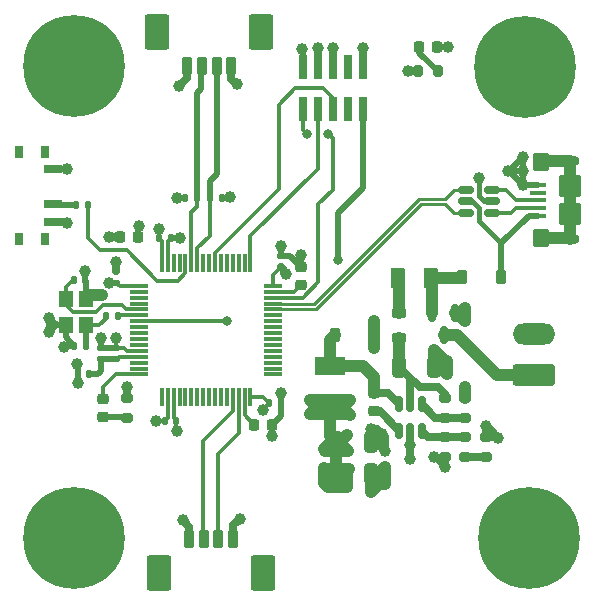
<source format=gbr>
%TF.GenerationSoftware,KiCad,Pcbnew,7.0.7*%
%TF.CreationDate,2023-08-28T01:03:24+03:00*%
%TF.ProjectId,STM32F405_Lesson_1,53544d33-3246-4343-9035-5f4c6573736f,rev?*%
%TF.SameCoordinates,Original*%
%TF.FileFunction,Copper,L1,Top*%
%TF.FilePolarity,Positive*%
%FSLAX46Y46*%
G04 Gerber Fmt 4.6, Leading zero omitted, Abs format (unit mm)*
G04 Created by KiCad (PCBNEW 7.0.7) date 2023-08-28 01:03:24*
%MOMM*%
%LPD*%
G01*
G04 APERTURE LIST*
G04 Aperture macros list*
%AMRoundRect*
0 Rectangle with rounded corners*
0 $1 Rounding radius*
0 $2 $3 $4 $5 $6 $7 $8 $9 X,Y pos of 4 corners*
0 Add a 4 corners polygon primitive as box body*
4,1,4,$2,$3,$4,$5,$6,$7,$8,$9,$2,$3,0*
0 Add four circle primitives for the rounded corners*
1,1,$1+$1,$2,$3*
1,1,$1+$1,$4,$5*
1,1,$1+$1,$6,$7*
1,1,$1+$1,$8,$9*
0 Add four rect primitives between the rounded corners*
20,1,$1+$1,$2,$3,$4,$5,0*
20,1,$1+$1,$4,$5,$6,$7,0*
20,1,$1+$1,$6,$7,$8,$9,0*
20,1,$1+$1,$8,$9,$2,$3,0*%
G04 Aperture macros list end*
%TA.AperFunction,SMDPad,CuDef*%
%ADD10RoundRect,0.200000X-0.200000X-0.600000X0.200000X-0.600000X0.200000X0.600000X-0.200000X0.600000X0*%
%TD*%
%TA.AperFunction,SMDPad,CuDef*%
%ADD11RoundRect,0.250001X-0.799999X-1.249999X0.799999X-1.249999X0.799999X1.249999X-0.799999X1.249999X0*%
%TD*%
%TA.AperFunction,SMDPad,CuDef*%
%ADD12RoundRect,0.200000X0.200000X0.600000X-0.200000X0.600000X-0.200000X-0.600000X0.200000X-0.600000X0*%
%TD*%
%TA.AperFunction,SMDPad,CuDef*%
%ADD13RoundRect,0.250001X0.799999X1.249999X-0.799999X1.249999X-0.799999X-1.249999X0.799999X-1.249999X0*%
%TD*%
%TA.AperFunction,SMDPad,CuDef*%
%ADD14RoundRect,0.200000X-0.200000X-0.275000X0.200000X-0.275000X0.200000X0.275000X-0.200000X0.275000X0*%
%TD*%
%TA.AperFunction,SMDPad,CuDef*%
%ADD15R,1.200000X1.400000*%
%TD*%
%TA.AperFunction,SMDPad,CuDef*%
%ADD16RoundRect,0.140000X-0.140000X-0.170000X0.140000X-0.170000X0.140000X0.170000X-0.140000X0.170000X0*%
%TD*%
%TA.AperFunction,SMDPad,CuDef*%
%ADD17RoundRect,0.140000X0.140000X0.170000X-0.140000X0.170000X-0.140000X-0.170000X0.140000X-0.170000X0*%
%TD*%
%TA.AperFunction,SMDPad,CuDef*%
%ADD18RoundRect,0.250000X0.375000X0.625000X-0.375000X0.625000X-0.375000X-0.625000X0.375000X-0.625000X0*%
%TD*%
%TA.AperFunction,SMDPad,CuDef*%
%ADD19RoundRect,0.225000X-0.225000X-0.375000X0.225000X-0.375000X0.225000X0.375000X-0.225000X0.375000X0*%
%TD*%
%TA.AperFunction,SMDPad,CuDef*%
%ADD20RoundRect,0.150000X-0.150000X0.587500X-0.150000X-0.587500X0.150000X-0.587500X0.150000X0.587500X0*%
%TD*%
%TA.AperFunction,SMDPad,CuDef*%
%ADD21RoundRect,0.200000X-0.275000X0.200000X-0.275000X-0.200000X0.275000X-0.200000X0.275000X0.200000X0*%
%TD*%
%TA.AperFunction,ComponentPad*%
%ADD22C,0.900000*%
%TD*%
%TA.AperFunction,ComponentPad*%
%ADD23C,8.600000*%
%TD*%
%TA.AperFunction,SMDPad,CuDef*%
%ADD24R,2.500000X1.500000*%
%TD*%
%TA.AperFunction,ComponentPad*%
%ADD25RoundRect,0.250000X1.550000X-0.650000X1.550000X0.650000X-1.550000X0.650000X-1.550000X-0.650000X0*%
%TD*%
%TA.AperFunction,ComponentPad*%
%ADD26O,3.600000X1.800000*%
%TD*%
%TA.AperFunction,SMDPad,CuDef*%
%ADD27RoundRect,0.218750X-0.381250X0.218750X-0.381250X-0.218750X0.381250X-0.218750X0.381250X0.218750X0*%
%TD*%
%TA.AperFunction,SMDPad,CuDef*%
%ADD28RoundRect,0.250000X-0.325000X-0.650000X0.325000X-0.650000X0.325000X0.650000X-0.325000X0.650000X0*%
%TD*%
%TA.AperFunction,SMDPad,CuDef*%
%ADD29RoundRect,0.150000X0.512500X0.150000X-0.512500X0.150000X-0.512500X-0.150000X0.512500X-0.150000X0*%
%TD*%
%TA.AperFunction,SMDPad,CuDef*%
%ADD30RoundRect,0.140000X0.170000X-0.140000X0.170000X0.140000X-0.170000X0.140000X-0.170000X-0.140000X0*%
%TD*%
%TA.AperFunction,SMDPad,CuDef*%
%ADD31RoundRect,0.135000X0.135000X0.185000X-0.135000X0.185000X-0.135000X-0.185000X0.135000X-0.185000X0*%
%TD*%
%TA.AperFunction,SMDPad,CuDef*%
%ADD32RoundRect,0.218750X0.256250X-0.218750X0.256250X0.218750X-0.256250X0.218750X-0.256250X-0.218750X0*%
%TD*%
%TA.AperFunction,SMDPad,CuDef*%
%ADD33RoundRect,0.218750X-0.218750X-0.256250X0.218750X-0.256250X0.218750X0.256250X-0.218750X0.256250X0*%
%TD*%
%TA.AperFunction,SMDPad,CuDef*%
%ADD34RoundRect,0.225000X0.250000X-0.225000X0.250000X0.225000X-0.250000X0.225000X-0.250000X-0.225000X0*%
%TD*%
%TA.AperFunction,SMDPad,CuDef*%
%ADD35RoundRect,0.200000X0.275000X-0.200000X0.275000X0.200000X-0.275000X0.200000X-0.275000X-0.200000X0*%
%TD*%
%TA.AperFunction,SMDPad,CuDef*%
%ADD36RoundRect,0.100000X0.575000X-0.100000X0.575000X0.100000X-0.575000X0.100000X-0.575000X-0.100000X0*%
%TD*%
%TA.AperFunction,ComponentPad*%
%ADD37O,1.600000X0.900000*%
%TD*%
%TA.AperFunction,SMDPad,CuDef*%
%ADD38RoundRect,0.250000X0.450000X-0.550000X0.450000X0.550000X-0.450000X0.550000X-0.450000X-0.550000X0*%
%TD*%
%TA.AperFunction,SMDPad,CuDef*%
%ADD39RoundRect,0.250000X0.700000X-0.700000X0.700000X0.700000X-0.700000X0.700000X-0.700000X-0.700000X0*%
%TD*%
%TA.AperFunction,SMDPad,CuDef*%
%ADD40R,0.800000X1.000000*%
%TD*%
%TA.AperFunction,SMDPad,CuDef*%
%ADD41R,1.500000X0.700000*%
%TD*%
%TA.AperFunction,SMDPad,CuDef*%
%ADD42RoundRect,0.075000X-0.700000X-0.075000X0.700000X-0.075000X0.700000X0.075000X-0.700000X0.075000X0*%
%TD*%
%TA.AperFunction,SMDPad,CuDef*%
%ADD43RoundRect,0.075000X-0.075000X-0.700000X0.075000X-0.700000X0.075000X0.700000X-0.075000X0.700000X0*%
%TD*%
%TA.AperFunction,SMDPad,CuDef*%
%ADD44RoundRect,0.147500X-0.147500X-0.172500X0.147500X-0.172500X0.147500X0.172500X-0.147500X0.172500X0*%
%TD*%
%TA.AperFunction,SMDPad,CuDef*%
%ADD45R,0.750000X2.100000*%
%TD*%
%TA.AperFunction,SMDPad,CuDef*%
%ADD46RoundRect,0.135000X-0.135000X-0.185000X0.135000X-0.185000X0.135000X0.185000X-0.135000X0.185000X0*%
%TD*%
%TA.AperFunction,SMDPad,CuDef*%
%ADD47RoundRect,0.225000X0.225000X0.250000X-0.225000X0.250000X-0.225000X-0.250000X0.225000X-0.250000X0*%
%TD*%
%TA.AperFunction,SMDPad,CuDef*%
%ADD48RoundRect,0.150000X0.150000X-0.512500X0.150000X0.512500X-0.150000X0.512500X-0.150000X-0.512500X0*%
%TD*%
%TA.AperFunction,SMDPad,CuDef*%
%ADD49RoundRect,0.225000X-0.225000X-0.250000X0.225000X-0.250000X0.225000X0.250000X-0.225000X0.250000X0*%
%TD*%
%TA.AperFunction,ViaPad*%
%ADD50C,1.000000*%
%TD*%
%TA.AperFunction,ViaPad*%
%ADD51C,0.800000*%
%TD*%
%TA.AperFunction,Conductor*%
%ADD52C,0.300000*%
%TD*%
%TA.AperFunction,Conductor*%
%ADD53C,0.700000*%
%TD*%
%TA.AperFunction,Conductor*%
%ADD54C,0.500000*%
%TD*%
%TA.AperFunction,Conductor*%
%ADD55C,1.000000*%
%TD*%
%TA.AperFunction,Conductor*%
%ADD56C,0.400000*%
%TD*%
%TA.AperFunction,Conductor*%
%ADD57C,0.261112*%
%TD*%
G04 APERTURE END LIST*
D10*
%TO.P,J4,1,Pin_1*%
%TO.N,+3.3V*%
X75925000Y-86350000D03*
%TO.P,J4,2,Pin_2*%
%TO.N,UART3_TX*%
X77175000Y-86350000D03*
%TO.P,J4,3,Pin_3*%
%TO.N,UART3_RX*%
X78425000Y-86350000D03*
%TO.P,J4,4,Pin_4*%
%TO.N,GND*%
X79675000Y-86350000D03*
D11*
%TO.P,J4,MP*%
%TO.N,N/C*%
X73375000Y-89250000D03*
X82225000Y-89250000D03*
%TD*%
D12*
%TO.P,J3,1,Pin_1*%
%TO.N,+3.3V*%
X79525000Y-46350000D03*
%TO.P,J3,2,Pin_2*%
%TO.N,I2C1_SCL*%
X78275000Y-46350000D03*
%TO.P,J3,3,Pin_3*%
%TO.N,I2C1_SDA*%
X77025000Y-46350000D03*
%TO.P,J3,4,Pin_4*%
%TO.N,GND*%
X75775000Y-46350000D03*
D13*
%TO.P,J3,MP*%
%TO.N,N/C*%
X82075000Y-43450000D03*
X73225000Y-43450000D03*
%TD*%
D14*
%TO.P,R11,1*%
%TO.N,GND*%
X95350000Y-46800000D03*
%TO.P,R11,2*%
%TO.N,Net-(D4-K)*%
X97000000Y-46800000D03*
%TD*%
D15*
%TO.P,Y1,1,1*%
%TO.N,HSE_IN*%
X65550000Y-66100000D03*
%TO.P,Y1,2,2*%
%TO.N,GND*%
X65550000Y-68300000D03*
%TO.P,Y1,3,3*%
%TO.N,Net-(C11-Pad1)*%
X67250000Y-68300000D03*
%TO.P,Y1,4,4*%
%TO.N,GND*%
X67250000Y-66100000D03*
%TD*%
D16*
%TO.P,C8,1*%
%TO.N,+3.3V*%
X73440000Y-60900000D03*
%TO.P,C8,2*%
%TO.N,GND*%
X74400000Y-60900000D03*
%TD*%
%TO.P,C6,1*%
%TO.N,+3.3V*%
X82740000Y-74900000D03*
%TO.P,C6,2*%
%TO.N,GND*%
X83700000Y-74900000D03*
%TD*%
D17*
%TO.P,C11,1*%
%TO.N,Net-(C11-Pad1)*%
X67200000Y-70000000D03*
%TO.P,C11,2*%
%TO.N,GND*%
X66240000Y-70000000D03*
%TD*%
D18*
%TO.P,F1,1*%
%TO.N,Net-(D2-K)*%
X96400000Y-64300000D03*
%TO.P,F1,2*%
%TO.N,Net-(F1-Pad2)*%
X93600000Y-64300000D03*
%TD*%
D19*
%TO.P,D5,1,K*%
%TO.N,BUCK_SW*%
X88350000Y-69100000D03*
%TO.P,D5,2,A*%
%TO.N,GND*%
X91650000Y-69100000D03*
%TD*%
D20*
%TO.P,Q1,1,G*%
%TO.N,GND*%
X98450000Y-67262500D03*
%TO.P,Q1,2,S*%
%TO.N,Net-(D2-K)*%
X96550000Y-67262500D03*
%TO.P,Q1,3,D*%
%TO.N,+12V*%
X97500000Y-69137500D03*
%TD*%
D21*
%TO.P,R7,1*%
%TO.N,BUCK_FB*%
X99300000Y-77775000D03*
%TO.P,R7,2*%
%TO.N,Net-(R7-Pad2)*%
X99300000Y-79425000D03*
%TD*%
D22*
%TO.P,H1,1,1*%
%TO.N,GND*%
X101175000Y-46400000D03*
X102119581Y-44119581D03*
X102119581Y-48680419D03*
X104400000Y-43175000D03*
D23*
X104400000Y-46400000D03*
D22*
X104400000Y-49625000D03*
X106680419Y-44119581D03*
X106680419Y-48680419D03*
X107625000Y-46400000D03*
%TD*%
D19*
%TO.P,D2,1,K*%
%TO.N,Net-(D2-K)*%
X99050000Y-64200000D03*
%TO.P,D2,2,A*%
%TO.N,+5V*%
X102350000Y-64200000D03*
%TD*%
D24*
%TO.P,L2,1*%
%TO.N,BUCK_SW*%
X87900000Y-71750000D03*
%TO.P,L2,2*%
%TO.N,+3.3V*%
X87900000Y-75450000D03*
%TD*%
D25*
%TO.P,J1,1,Pin_1*%
%TO.N,+12V*%
X105142500Y-72532500D03*
D26*
%TO.P,J1,2,Pin_2*%
%TO.N,GND*%
X105142500Y-69032500D03*
%TD*%
D22*
%TO.P,H4,1,1*%
%TO.N,GND*%
X62994581Y-86300000D03*
X63939162Y-84019581D03*
X63939162Y-88580419D03*
X66219581Y-83075000D03*
D23*
X66219581Y-86300000D03*
D22*
X66219581Y-89525000D03*
X68500000Y-84019581D03*
X68500000Y-88580419D03*
X69444581Y-86300000D03*
%TD*%
D27*
%TO.P,FB1,1*%
%TO.N,Net-(F1-Pad2)*%
X93700000Y-67237500D03*
%TO.P,FB1,2*%
%TO.N,BUCK_IN*%
X93700000Y-69362500D03*
%TD*%
D28*
%TO.P,C15,1*%
%TO.N,+3.3V*%
X88425000Y-78200000D03*
%TO.P,C15,2*%
%TO.N,GND*%
X91375000Y-78200000D03*
%TD*%
D29*
%TO.P,U3,1,I/O1*%
%TO.N,USB_CONN_D-*%
X101637500Y-58750000D03*
%TO.P,U3,2,GND*%
%TO.N,GND*%
X101637500Y-57800000D03*
%TO.P,U3,3,I/O2*%
%TO.N,USB_CONN_D+*%
X101637500Y-56850000D03*
%TO.P,U3,4,I/O2*%
%TO.N,USB_D+*%
X99362500Y-56850000D03*
%TO.P,U3,5,VBUS*%
%TO.N,+5V*%
X99362500Y-57800000D03*
%TO.P,U3,6,I/O1*%
%TO.N,USB_D-*%
X99362500Y-58750000D03*
%TD*%
D30*
%TO.P,C4,1*%
%TO.N,+3.3V*%
X69800000Y-64680000D03*
%TO.P,C4,2*%
%TO.N,GND*%
X69800000Y-63720000D03*
%TD*%
%TO.P,C10,1*%
%TO.N,+3.3VA*%
X69800000Y-71160000D03*
%TO.P,C10,2*%
%TO.N,GND*%
X69800000Y-70200000D03*
%TD*%
D31*
%TO.P,R2,1*%
%TO.N,HSE_OUT*%
X69900000Y-67500000D03*
%TO.P,R2,2*%
%TO.N,Net-(C11-Pad1)*%
X68880000Y-67500000D03*
%TD*%
D32*
%TO.P,D1,1,K*%
%TO.N,Net-(D1-K)*%
X68700000Y-76087500D03*
%TO.P,D1,2,A*%
%TO.N,LED_STATUS*%
X68700000Y-74512500D03*
%TD*%
D33*
%TO.P,D4,1,K*%
%TO.N,Net-(D4-K)*%
X95400000Y-44700000D03*
%TO.P,D4,2,A*%
%TO.N,+3.3V*%
X96975000Y-44700000D03*
%TD*%
D28*
%TO.P,C13,1*%
%TO.N,BUCK_IN*%
X93725000Y-71800000D03*
%TO.P,C13,2*%
%TO.N,GND*%
X96675000Y-71800000D03*
%TD*%
D34*
%TO.P,C14,1*%
%TO.N,BUCK_BST*%
X91600000Y-75575000D03*
%TO.P,C14,2*%
%TO.N,BUCK_SW*%
X91600000Y-74025000D03*
%TD*%
D35*
%TO.P,R5,1*%
%TO.N,BUCK_EN*%
X99300000Y-76125000D03*
%TO.P,R5,2*%
%TO.N,GND*%
X99300000Y-74475000D03*
%TD*%
D36*
%TO.P,J5,1,VBUS*%
%TO.N,+5V*%
X105520000Y-59000000D03*
%TO.P,J5,2,D-*%
%TO.N,USB_CONN_D-*%
X105520000Y-58350000D03*
%TO.P,J5,3,D+*%
%TO.N,USB_CONN_D+*%
X105520000Y-57700000D03*
%TO.P,J5,4,ID*%
%TO.N,unconnected-(J5-ID-Pad4)*%
X105520000Y-57050000D03*
%TO.P,J5,5,GND*%
%TO.N,GND*%
X105520000Y-56400000D03*
D37*
%TO.P,J5,6,Shield*%
%TO.N,unconnected-(J5-Shield-Pad6)*%
X108195000Y-61000000D03*
D38*
X105745000Y-60900000D03*
D39*
X108195000Y-58900000D03*
X108195000Y-56500000D03*
D38*
X105745000Y-54500000D03*
D37*
X108195000Y-54400000D03*
%TD*%
D40*
%TO.P,SW1,*%
%TO.N,*%
X63755000Y-53650000D03*
X61545000Y-53650000D03*
X63755000Y-60950000D03*
X61545000Y-60950000D03*
D41*
%TO.P,SW1,1,A*%
%TO.N,+3.3V*%
X64405000Y-55050000D03*
%TO.P,SW1,2,B*%
%TO.N,Net-(SW1-B)*%
X64405000Y-58050000D03*
%TO.P,SW1,3,C*%
%TO.N,GND*%
X64405000Y-59550000D03*
%TD*%
D42*
%TO.P,U1,1,VBAT*%
%TO.N,+3.3V*%
X71725000Y-64950000D03*
%TO.P,U1,2,PC13*%
%TO.N,unconnected-(U1-PC13-Pad2)*%
X71725000Y-65450000D03*
%TO.P,U1,3,PC14*%
%TO.N,unconnected-(U1-PC14-Pad3)*%
X71725000Y-65950000D03*
%TO.P,U1,4,PC15*%
%TO.N,unconnected-(U1-PC15-Pad4)*%
X71725000Y-66450000D03*
%TO.P,U1,5,PH0*%
%TO.N,HSE_IN*%
X71725000Y-66950000D03*
%TO.P,U1,6,PH1*%
%TO.N,HSE_OUT*%
X71725000Y-67450000D03*
%TO.P,U1,7,NRST*%
%TO.N,NRST*%
X71725000Y-67950000D03*
%TO.P,U1,8,PC0*%
%TO.N,unconnected-(U1-PC0-Pad8)*%
X71725000Y-68450000D03*
%TO.P,U1,9,PC1*%
%TO.N,unconnected-(U1-PC1-Pad9)*%
X71725000Y-68950000D03*
%TO.P,U1,10,PC2*%
%TO.N,unconnected-(U1-PC2-Pad10)*%
X71725000Y-69450000D03*
%TO.P,U1,11,PC3*%
%TO.N,unconnected-(U1-PC3-Pad11)*%
X71725000Y-69950000D03*
%TO.P,U1,12,VSSA*%
%TO.N,GND*%
X71725000Y-70450000D03*
%TO.P,U1,13,VDDA*%
%TO.N,+3.3VA*%
X71725000Y-70950000D03*
%TO.P,U1,14,PA0*%
%TO.N,unconnected-(U1-PA0-Pad14)*%
X71725000Y-71450000D03*
%TO.P,U1,15,PA1*%
%TO.N,unconnected-(U1-PA1-Pad15)*%
X71725000Y-71950000D03*
%TO.P,U1,16,PA2*%
%TO.N,LED_STATUS*%
X71725000Y-72450000D03*
D43*
%TO.P,U1,17,PA3*%
%TO.N,unconnected-(U1-PA3-Pad17)*%
X73650000Y-74375000D03*
%TO.P,U1,18,VSS*%
%TO.N,GND*%
X74150000Y-74375000D03*
%TO.P,U1,19,VDD*%
%TO.N,+3.3V*%
X74650000Y-74375000D03*
%TO.P,U1,20,PA4*%
%TO.N,unconnected-(U1-PA4-Pad20)*%
X75150000Y-74375000D03*
%TO.P,U1,21,PA5*%
%TO.N,unconnected-(U1-PA5-Pad21)*%
X75650000Y-74375000D03*
%TO.P,U1,22,PA6*%
%TO.N,unconnected-(U1-PA6-Pad22)*%
X76150000Y-74375000D03*
%TO.P,U1,23,PA7*%
%TO.N,unconnected-(U1-PA7-Pad23)*%
X76650000Y-74375000D03*
%TO.P,U1,24,PC4*%
%TO.N,unconnected-(U1-PC4-Pad24)*%
X77150000Y-74375000D03*
%TO.P,U1,25,PC5*%
%TO.N,unconnected-(U1-PC5-Pad25)*%
X77650000Y-74375000D03*
%TO.P,U1,26,PB0*%
%TO.N,unconnected-(U1-PB0-Pad26)*%
X78150000Y-74375000D03*
%TO.P,U1,27,PB1*%
%TO.N,unconnected-(U1-PB1-Pad27)*%
X78650000Y-74375000D03*
%TO.P,U1,28,PB2*%
%TO.N,unconnected-(U1-PB2-Pad28)*%
X79150000Y-74375000D03*
%TO.P,U1,29,PB10*%
%TO.N,UART3_TX*%
X79650000Y-74375000D03*
%TO.P,U1,30,PB11*%
%TO.N,UART3_RX*%
X80150000Y-74375000D03*
%TO.P,U1,31,VCAP_1*%
%TO.N,Net-(U1-VCAP_1)*%
X80650000Y-74375000D03*
%TO.P,U1,32,VDD*%
%TO.N,+3.3V*%
X81150000Y-74375000D03*
D42*
%TO.P,U1,33,PB12*%
%TO.N,unconnected-(U1-PB12-Pad33)*%
X83075000Y-72450000D03*
%TO.P,U1,34,PB13*%
%TO.N,unconnected-(U1-PB13-Pad34)*%
X83075000Y-71950000D03*
%TO.P,U1,35,PB14*%
%TO.N,unconnected-(U1-PB14-Pad35)*%
X83075000Y-71450000D03*
%TO.P,U1,36,PB15*%
%TO.N,unconnected-(U1-PB15-Pad36)*%
X83075000Y-70950000D03*
%TO.P,U1,37,PC6*%
%TO.N,unconnected-(U1-PC6-Pad37)*%
X83075000Y-70450000D03*
%TO.P,U1,38,PC7*%
%TO.N,unconnected-(U1-PC7-Pad38)*%
X83075000Y-69950000D03*
%TO.P,U1,39,PC8*%
%TO.N,unconnected-(U1-PC8-Pad39)*%
X83075000Y-69450000D03*
%TO.P,U1,40,PC9*%
%TO.N,unconnected-(U1-PC9-Pad40)*%
X83075000Y-68950000D03*
%TO.P,U1,41,PA8*%
%TO.N,unconnected-(U1-PA8-Pad41)*%
X83075000Y-68450000D03*
%TO.P,U1,42,PA9*%
%TO.N,unconnected-(U1-PA9-Pad42)*%
X83075000Y-67950000D03*
%TO.P,U1,43,PA10*%
%TO.N,unconnected-(U1-PA10-Pad43)*%
X83075000Y-67450000D03*
%TO.P,U1,44,PA11*%
%TO.N,USB_D-*%
X83075000Y-66950000D03*
%TO.P,U1,45,PA12*%
%TO.N,USB_D+*%
X83075000Y-66450000D03*
%TO.P,U1,46,PA13*%
%TO.N,SWDIO*%
X83075000Y-65950000D03*
%TO.P,U1,47,VCAP_2*%
%TO.N,Net-(U1-VCAP_2)*%
X83075000Y-65450000D03*
%TO.P,U1,48,VDD*%
%TO.N,+3.3V*%
X83075000Y-64950000D03*
D43*
%TO.P,U1,49,PA14*%
%TO.N,SWCLK*%
X81150000Y-63025000D03*
%TO.P,U1,50,PA15*%
%TO.N,unconnected-(U1-PA15-Pad50)*%
X80650000Y-63025000D03*
%TO.P,U1,51,PC10*%
%TO.N,unconnected-(U1-PC10-Pad51)*%
X80150000Y-63025000D03*
%TO.P,U1,52,PC11*%
%TO.N,unconnected-(U1-PC11-Pad52)*%
X79650000Y-63025000D03*
%TO.P,U1,53,PC12*%
%TO.N,unconnected-(U1-PC12-Pad53)*%
X79150000Y-63025000D03*
%TO.P,U1,54,PD2*%
%TO.N,unconnected-(U1-PD2-Pad54)*%
X78650000Y-63025000D03*
%TO.P,U1,55,PB3*%
%TO.N,SWO*%
X78150000Y-63025000D03*
%TO.P,U1,56,PB4*%
%TO.N,unconnected-(U1-PB4-Pad56)*%
X77650000Y-63025000D03*
%TO.P,U1,57,PB5*%
%TO.N,unconnected-(U1-PB5-Pad57)*%
X77150000Y-63025000D03*
%TO.P,U1,58,PB6*%
%TO.N,I2C1_SCL*%
X76650000Y-63025000D03*
%TO.P,U1,59,PB7*%
%TO.N,I2C1_SDA*%
X76150000Y-63025000D03*
%TO.P,U1,60,BOOT0*%
%TO.N,BOOT0*%
X75650000Y-63025000D03*
%TO.P,U1,61,PB8*%
%TO.N,unconnected-(U1-PB8-Pad61)*%
X75150000Y-63025000D03*
%TO.P,U1,62,PB9*%
%TO.N,unconnected-(U1-PB9-Pad62)*%
X74650000Y-63025000D03*
%TO.P,U1,63,VSS*%
%TO.N,GND*%
X74150000Y-63025000D03*
%TO.P,U1,64,VDD*%
%TO.N,+3.3V*%
X73650000Y-63025000D03*
%TD*%
D30*
%TO.P,C7,1*%
%TO.N,+3.3V*%
X83700000Y-63380000D03*
%TO.P,C7,2*%
%TO.N,GND*%
X83700000Y-62420000D03*
%TD*%
D22*
%TO.P,H3,1,1*%
%TO.N,GND*%
X62994581Y-46300000D03*
X63939162Y-44019581D03*
X63939162Y-48580419D03*
X66219581Y-43075000D03*
D23*
X66219581Y-46300000D03*
D22*
X66219581Y-49525000D03*
X68500000Y-44019581D03*
X68500000Y-48580419D03*
X69444581Y-46300000D03*
%TD*%
D44*
%TO.P,L1,1*%
%TO.N,+3.3V*%
X66530000Y-72400000D03*
%TO.P,L1,2*%
%TO.N,+3.3VA*%
X67500000Y-72400000D03*
%TD*%
D31*
%TO.P,R10,1*%
%TO.N,I2C1_SDA*%
X76610000Y-57500000D03*
%TO.P,R10,2*%
%TO.N,+3.3V*%
X75590000Y-57500000D03*
%TD*%
D28*
%TO.P,C16,1*%
%TO.N,+3.3V*%
X88425000Y-80900000D03*
%TO.P,C16,2*%
%TO.N,GND*%
X91375000Y-80900000D03*
%TD*%
D31*
%TO.P,R1,1*%
%TO.N,BOOT0*%
X67420000Y-58100000D03*
%TO.P,R1,2*%
%TO.N,Net-(SW1-B)*%
X66400000Y-58100000D03*
%TD*%
D30*
%TO.P,C9,1*%
%TO.N,+3.3VA*%
X68500000Y-71160000D03*
%TO.P,C9,2*%
%TO.N,GND*%
X68500000Y-70200000D03*
%TD*%
D34*
%TO.P,C1,1*%
%TO.N,Net-(U1-VCAP_2)*%
X85400000Y-64875000D03*
%TO.P,C1,2*%
%TO.N,GND*%
X85400000Y-63325000D03*
%TD*%
D21*
%TO.P,R3,1*%
%TO.N,GND*%
X70700000Y-74475000D03*
%TO.P,R3,2*%
%TO.N,Net-(D1-K)*%
X70700000Y-76125000D03*
%TD*%
D17*
%TO.P,C5,1*%
%TO.N,+3.3V*%
X74880000Y-76400000D03*
%TO.P,C5,2*%
%TO.N,GND*%
X73920000Y-76400000D03*
%TD*%
D16*
%TO.P,C12,1*%
%TO.N,HSE_IN*%
X66220000Y-64450000D03*
%TO.P,C12,2*%
%TO.N,GND*%
X67180000Y-64450000D03*
%TD*%
D35*
%TO.P,R8,1*%
%TO.N,Net-(R7-Pad2)*%
X101100000Y-79425000D03*
%TO.P,R8,2*%
%TO.N,GND*%
X101100000Y-77775000D03*
%TD*%
D21*
%TO.P,R4,1*%
%TO.N,BUCK_IN*%
X97600000Y-74475000D03*
%TO.P,R4,2*%
%TO.N,BUCK_EN*%
X97600000Y-76125000D03*
%TD*%
D22*
%TO.P,H2,1,1*%
%TO.N,GND*%
X101525000Y-86300000D03*
X102469581Y-84019581D03*
X102469581Y-88580419D03*
X104750000Y-83075000D03*
D23*
X104750000Y-86300000D03*
D22*
X104750000Y-89525000D03*
X107030419Y-84019581D03*
X107030419Y-88580419D03*
X107975000Y-86300000D03*
%TD*%
D45*
%TO.P,J2,1,Pin_1*%
%TO.N,+3.3V*%
X85560000Y-46400000D03*
%TO.P,J2,2,Pin_2*%
%TO.N,SWDIO*%
X85560000Y-50000000D03*
%TO.P,J2,3,Pin_3*%
%TO.N,GND*%
X86830000Y-46400000D03*
%TO.P,J2,4,Pin_4*%
%TO.N,SWCLK*%
X86830000Y-50000000D03*
%TO.P,J2,5,Pin_5*%
%TO.N,GND*%
X88100000Y-46400000D03*
%TO.P,J2,6,Pin_6*%
%TO.N,SWO*%
X88100000Y-50000000D03*
%TO.P,J2,7,Pin_7*%
%TO.N,unconnected-(J2-Pin_7-Pad7)*%
X89370000Y-46400000D03*
%TO.P,J2,8,Pin_8*%
%TO.N,unconnected-(J2-Pin_8-Pad8)*%
X89370000Y-50000000D03*
%TO.P,J2,9,Pin_9*%
%TO.N,GND*%
X90640000Y-46400000D03*
%TO.P,J2,10,Pin_10*%
%TO.N,NRST*%
X90640000Y-50000000D03*
%TD*%
D46*
%TO.P,R9,2*%
%TO.N,+3.3V*%
X78710000Y-57500000D03*
%TO.P,R9,1*%
%TO.N,I2C1_SCL*%
X77690000Y-57500000D03*
%TD*%
D47*
%TO.P,C3,1*%
%TO.N,+3.3V*%
X71650000Y-60800000D03*
%TO.P,C3,2*%
%TO.N,GND*%
X70100000Y-60800000D03*
%TD*%
D35*
%TO.P,R6,1*%
%TO.N,+3.3V*%
X97600000Y-79425000D03*
%TO.P,R6,2*%
%TO.N,BUCK_FB*%
X97600000Y-77775000D03*
%TD*%
D48*
%TO.P,U2,1,BST*%
%TO.N,BUCK_BST*%
X93750000Y-77237500D03*
%TO.P,U2,2,GND*%
%TO.N,GND*%
X94700000Y-77237500D03*
%TO.P,U2,3,FB*%
%TO.N,BUCK_FB*%
X95650000Y-77237500D03*
%TO.P,U2,4,EN*%
%TO.N,BUCK_EN*%
X95650000Y-74962500D03*
%TO.P,U2,5,IN*%
%TO.N,BUCK_IN*%
X94700000Y-74962500D03*
%TO.P,U2,6,SW*%
%TO.N,BUCK_SW*%
X93750000Y-74962500D03*
%TD*%
D49*
%TO.P,C2,1*%
%TO.N,Net-(U1-VCAP_1)*%
X81450000Y-76700000D03*
%TO.P,C2,2*%
%TO.N,GND*%
X83000000Y-76700000D03*
%TD*%
D50*
%TO.N,GND*%
X75100000Y-48050000D03*
X80250000Y-84650000D03*
%TO.N,+3.3V*%
X75400000Y-84800000D03*
X80000000Y-47900000D03*
%TO.N,GND*%
X100500000Y-55800000D03*
X64100000Y-67650000D03*
X64100000Y-68850000D03*
X68577216Y-65753623D03*
X67150000Y-63650000D03*
X94700000Y-79600000D03*
X99300000Y-67900000D03*
X99300000Y-66850000D03*
X96700000Y-70400000D03*
X97800000Y-71300000D03*
X97750000Y-72450000D03*
X99300000Y-73500000D03*
X102100000Y-77800000D03*
X101100000Y-76850000D03*
X91375000Y-77100000D03*
X92300000Y-77500000D03*
X92550000Y-78900000D03*
X92500000Y-80300000D03*
X91350000Y-82400000D03*
X92450000Y-81750000D03*
X94700000Y-78450000D03*
X91650000Y-70250000D03*
X104200000Y-54050000D03*
X102950000Y-55250000D03*
X104200000Y-55250000D03*
X104200000Y-56400000D03*
X94450000Y-46800000D03*
X90650000Y-44800000D03*
X88100000Y-44800000D03*
X86850000Y-44850000D03*
X85450000Y-62350000D03*
X83700000Y-61600000D03*
X91650000Y-67950000D03*
X83700000Y-74050000D03*
X83000000Y-77700000D03*
X69800000Y-69400000D03*
X68500000Y-69400000D03*
X65400000Y-70100000D03*
X73150000Y-76400000D03*
X70700000Y-73550000D03*
X69800000Y-62950000D03*
X75150000Y-60900000D03*
X65650000Y-59600000D03*
X69175000Y-60800000D03*
%TO.N,+3.3V*%
X97600000Y-80300000D03*
X87400000Y-80400000D03*
X89500000Y-80450000D03*
X89350000Y-81900000D03*
X89450000Y-78900000D03*
X89350000Y-77600000D03*
X87400000Y-78800000D03*
X89600000Y-75900000D03*
X89550000Y-74650000D03*
X86200000Y-74650000D03*
X86200000Y-75800000D03*
X66550000Y-73200000D03*
X66500000Y-71600000D03*
X84200000Y-63950000D03*
X73400000Y-60100000D03*
X69150000Y-64680000D03*
X74900000Y-77200000D03*
X96650000Y-79450000D03*
X87700000Y-81950000D03*
X82200000Y-75450000D03*
X85550000Y-44900000D03*
X97850000Y-44700000D03*
X65650000Y-55050000D03*
X71675000Y-59850000D03*
X74900000Y-57500000D03*
X79450000Y-57450000D03*
D51*
%TO.N,SWDIO*%
X87750000Y-52100000D03*
X85900000Y-52100000D03*
%TO.N,NRST*%
X79200000Y-67950000D03*
X88550000Y-62750000D03*
%TD*%
D52*
%TO.N,UART3_TX*%
X77125000Y-86300000D02*
X77175000Y-86350000D01*
X77125000Y-78075000D02*
X77125000Y-86300000D01*
X79650000Y-75550000D02*
X77125000Y-78075000D01*
X79650000Y-74375000D02*
X79650000Y-75550000D01*
%TO.N,UART3_RX*%
X78425000Y-79175000D02*
X78425000Y-86350000D01*
X80150000Y-77450000D02*
X78425000Y-79175000D01*
X80150000Y-74375000D02*
X80150000Y-77450000D01*
D53*
%TO.N,GND*%
X79675000Y-85225000D02*
X80250000Y-84650000D01*
X79675000Y-86350000D02*
X79675000Y-85225000D01*
%TO.N,+3.3V*%
X75925000Y-85325000D02*
X75400000Y-84800000D01*
X75925000Y-86350000D02*
X75925000Y-85325000D01*
X79525000Y-47425000D02*
X80000000Y-47900000D01*
X79525000Y-46350000D02*
X79525000Y-47425000D01*
%TO.N,GND*%
X75775000Y-47375000D02*
X75100000Y-48050000D01*
X75775000Y-46350000D02*
X75775000Y-47375000D01*
D54*
%TO.N,I2C1_SCL*%
X78300000Y-46425000D02*
X78250000Y-46375000D01*
X77690000Y-56110000D02*
X78300000Y-55500000D01*
X77690000Y-57500000D02*
X77690000Y-56110000D01*
X78300000Y-55500000D02*
X78300000Y-46425000D01*
%TO.N,I2C1_SDA*%
X77000000Y-48250000D02*
X77000000Y-46375000D01*
X77000000Y-46375000D02*
X77025000Y-46350000D01*
X76610000Y-48640000D02*
X77000000Y-48250000D01*
X76610000Y-57500000D02*
X76610000Y-48640000D01*
D52*
%TO.N,BOOT0*%
X67420000Y-60940000D02*
X67420000Y-58100000D01*
X73250000Y-64500000D02*
X70700000Y-61950000D01*
X75051041Y-64500000D02*
X73250000Y-64500000D01*
X75650000Y-63901041D02*
X75051041Y-64500000D01*
X75650000Y-63025000D02*
X75650000Y-63901041D01*
X70700000Y-61950000D02*
X68430000Y-61950000D01*
X68430000Y-61950000D02*
X67420000Y-60940000D01*
D54*
%TO.N,Net-(SW1-B)*%
X64455000Y-58100000D02*
X64405000Y-58050000D01*
X66400000Y-58100000D02*
X64455000Y-58100000D01*
%TO.N,Net-(D4-K)*%
X95400000Y-45200000D02*
X95400000Y-44700000D01*
X97000000Y-46800000D02*
X95400000Y-45200000D01*
%TO.N,+3.3V*%
X97850000Y-44700000D02*
X96975000Y-44700000D01*
D53*
%TO.N,GND*%
X91375000Y-77100000D02*
X91375000Y-78200000D01*
X91900000Y-77100000D02*
X92300000Y-77500000D01*
X91375000Y-77100000D02*
X91900000Y-77100000D01*
D55*
%TO.N,unconnected-(J5-Shield-Pad6)*%
X105845000Y-54400000D02*
X105745000Y-54500000D01*
X108195000Y-54400000D02*
X105845000Y-54400000D01*
X108195000Y-56500000D02*
X108195000Y-54400000D01*
X108195000Y-58900000D02*
X108195000Y-56500000D01*
X108195000Y-61000000D02*
X108195000Y-58900000D01*
X108095000Y-60900000D02*
X108195000Y-61000000D01*
X105745000Y-60900000D02*
X108095000Y-60900000D01*
D56*
%TO.N,GND*%
X100949999Y-57800000D02*
X100500000Y-57350001D01*
X100500000Y-57350001D02*
X100500000Y-55800000D01*
X101637500Y-57800000D02*
X100949999Y-57800000D01*
%TO.N,+5V*%
X100475000Y-59475000D02*
X100475000Y-58351472D01*
X99923528Y-57800000D02*
X99362500Y-57800000D01*
X102350000Y-61350000D02*
X100475000Y-59475000D01*
X100475000Y-58351472D02*
X99923528Y-57800000D01*
D55*
%TO.N,GND*%
X67596377Y-65753623D02*
X67250000Y-66100000D01*
X68577216Y-65753623D02*
X67596377Y-65753623D01*
D54*
X64100000Y-67650000D02*
X64750000Y-68300000D01*
X64750000Y-68300000D02*
X65550000Y-68300000D01*
X64100000Y-67650000D02*
X64100000Y-68850000D01*
X64650000Y-68300000D02*
X65550000Y-68300000D01*
X64100000Y-68850000D02*
X64650000Y-68300000D01*
D52*
%TO.N,+3.3V*%
X69150000Y-64680000D02*
X69800000Y-64680000D01*
D53*
X84200000Y-63880000D02*
X83700000Y-63380000D01*
X84200000Y-63950000D02*
X84200000Y-63880000D01*
D54*
%TO.N,GND*%
X85400000Y-63325000D02*
X85400000Y-62400000D01*
X85400000Y-62400000D02*
X85450000Y-62350000D01*
X83700000Y-62420000D02*
X83700000Y-61600000D01*
D53*
X95350000Y-46800000D02*
X94450000Y-46800000D01*
X90640000Y-44810000D02*
X90650000Y-44800000D01*
X90640000Y-46400000D02*
X90640000Y-44810000D01*
X88100000Y-46400000D02*
X88100000Y-44800000D01*
X86830000Y-44870000D02*
X86850000Y-44850000D01*
X86830000Y-46400000D02*
X86830000Y-44870000D01*
X65600000Y-59550000D02*
X65650000Y-59600000D01*
X64405000Y-59550000D02*
X65600000Y-59550000D01*
D54*
X74400000Y-60900000D02*
X75150000Y-60900000D01*
D53*
X70100000Y-60800000D02*
X69175000Y-60800000D01*
X69800000Y-63720000D02*
X69800000Y-62950000D01*
D52*
X67180000Y-63680000D02*
X67150000Y-63650000D01*
D54*
X67180000Y-64450000D02*
X67180000Y-63680000D01*
D52*
X69800000Y-70200000D02*
X69800000Y-69400000D01*
D54*
X68500000Y-70200000D02*
X68500000Y-69400000D01*
X65500000Y-70000000D02*
X65400000Y-70100000D01*
X66240000Y-70000000D02*
X65500000Y-70000000D01*
D53*
X70700000Y-74475000D02*
X70700000Y-73550000D01*
D52*
X73920000Y-76400000D02*
X73150000Y-76400000D01*
D54*
X83700000Y-74900000D02*
X83700000Y-74050000D01*
X83000000Y-76700000D02*
X83000000Y-77700000D01*
D55*
%TO.N,+12V*%
X98637500Y-69137500D02*
X97500000Y-69137500D01*
X105142500Y-72532500D02*
X102032500Y-72532500D01*
X102032500Y-72532500D02*
X98637500Y-69137500D01*
D54*
%TO.N,GND*%
X102950000Y-55250000D02*
X103050000Y-55250000D01*
X102950000Y-55250000D02*
X103000000Y-55250000D01*
X103000000Y-55250000D02*
X104200000Y-54050000D01*
X103050000Y-55250000D02*
X104200000Y-56400000D01*
X104200000Y-55250000D02*
X102950000Y-55250000D01*
X104200000Y-55250000D02*
X104200000Y-54050000D01*
X104200000Y-56400000D02*
X104200000Y-55250000D01*
X105520000Y-56400000D02*
X104200000Y-56400000D01*
D55*
X99300000Y-67900000D02*
X99300000Y-66850000D01*
X98887500Y-67487500D02*
X99300000Y-67900000D01*
X98887500Y-67262500D02*
X98887500Y-67487500D01*
X98887500Y-67262500D02*
X99300000Y-66850000D01*
X98450000Y-67262500D02*
X98887500Y-67262500D01*
X91650000Y-69100000D02*
X91650000Y-67950000D01*
X91650000Y-69100000D02*
X91650000Y-70250000D01*
X97800000Y-72400000D02*
X97750000Y-72450000D01*
X97800000Y-71300000D02*
X97800000Y-72400000D01*
X97600000Y-71300000D02*
X97800000Y-71300000D01*
X96700000Y-70400000D02*
X97600000Y-71300000D01*
X96675000Y-70425000D02*
X96700000Y-70400000D01*
X96675000Y-71800000D02*
X96675000Y-70425000D01*
X96675000Y-71800000D02*
X97300000Y-71800000D01*
X97300000Y-71800000D02*
X97800000Y-71300000D01*
X97100000Y-71800000D02*
X97750000Y-72450000D01*
X96675000Y-71800000D02*
X97100000Y-71800000D01*
X99300000Y-74475000D02*
X99300000Y-73500000D01*
X92000000Y-81750000D02*
X91350000Y-82400000D01*
X92450000Y-81750000D02*
X92000000Y-81750000D01*
X92500000Y-81700000D02*
X92450000Y-81750000D01*
X92500000Y-80300000D02*
X92500000Y-81700000D01*
X91900000Y-80900000D02*
X92500000Y-80300000D01*
X91375000Y-80900000D02*
X91900000Y-80900000D01*
X91375000Y-82375000D02*
X91350000Y-82400000D01*
X91375000Y-80900000D02*
X91375000Y-82375000D01*
X91600000Y-80900000D02*
X92450000Y-81750000D01*
X91375000Y-80900000D02*
X91600000Y-80900000D01*
D53*
X91600000Y-78200000D02*
X91375000Y-78200000D01*
X92300000Y-77500000D02*
X91600000Y-78200000D01*
X92300000Y-77500000D02*
X92550000Y-77750000D01*
X92550000Y-77750000D02*
X92550000Y-78900000D01*
X91850000Y-78200000D02*
X92550000Y-78900000D01*
X91375000Y-78200000D02*
X91850000Y-78200000D01*
X101150000Y-76850000D02*
X102100000Y-77800000D01*
X101100000Y-76850000D02*
X101150000Y-76850000D01*
X101100000Y-77775000D02*
X101100000Y-76850000D01*
X102075000Y-77775000D02*
X102100000Y-77800000D01*
X101100000Y-77775000D02*
X102075000Y-77775000D01*
X94700000Y-77237500D02*
X94700000Y-79600000D01*
D54*
%TO.N,+3.3V*%
X96750000Y-79450000D02*
X97600000Y-80300000D01*
X96650000Y-79450000D02*
X96750000Y-79450000D01*
D55*
X87400000Y-80400000D02*
X87400000Y-81650000D01*
X87400000Y-81650000D02*
X87700000Y-81950000D01*
X89350000Y-80600000D02*
X89500000Y-80450000D01*
X89350000Y-81900000D02*
X89350000Y-80600000D01*
X87700000Y-81950000D02*
X89300000Y-81950000D01*
X89300000Y-81950000D02*
X89350000Y-81900000D01*
X87450000Y-80450000D02*
X87400000Y-80400000D01*
X89500000Y-80450000D02*
X87450000Y-80450000D01*
X87500000Y-78900000D02*
X87400000Y-78800000D01*
X89450000Y-78900000D02*
X87500000Y-78900000D01*
X89550000Y-74650000D02*
X86200000Y-74650000D01*
X89500000Y-75800000D02*
X89600000Y-75900000D01*
X86200000Y-75800000D02*
X89500000Y-75800000D01*
D54*
X97600000Y-79425000D02*
X97600000Y-80300000D01*
X96675000Y-79425000D02*
X96650000Y-79450000D01*
X97600000Y-79425000D02*
X96675000Y-79425000D01*
D55*
X89050000Y-80900000D02*
X89500000Y-80450000D01*
X88425000Y-80900000D02*
X89050000Y-80900000D01*
X88425000Y-80900000D02*
X88425000Y-80975000D01*
X88425000Y-80975000D02*
X89350000Y-81900000D01*
X87900000Y-80900000D02*
X87400000Y-80400000D01*
X88425000Y-80900000D02*
X87900000Y-80900000D01*
X88000000Y-78200000D02*
X87400000Y-78800000D01*
X88425000Y-78200000D02*
X88000000Y-78200000D01*
X88425000Y-78200000D02*
X88750000Y-78200000D01*
X88750000Y-78200000D02*
X89450000Y-78900000D01*
X88750000Y-78200000D02*
X89350000Y-77600000D01*
X87900000Y-75450000D02*
X89150000Y-75450000D01*
X89150000Y-75450000D02*
X89600000Y-75900000D01*
X88750000Y-75450000D02*
X89550000Y-74650000D01*
X87900000Y-75450000D02*
X88750000Y-75450000D01*
X86550000Y-75450000D02*
X86200000Y-75800000D01*
X87900000Y-75450000D02*
X86550000Y-75450000D01*
X87000000Y-75450000D02*
X86200000Y-74650000D01*
X87900000Y-75450000D02*
X87000000Y-75450000D01*
D52*
X74880000Y-77180000D02*
X74880000Y-76400000D01*
X74900000Y-77200000D02*
X74880000Y-77180000D01*
D54*
X66530000Y-73180000D02*
X66550000Y-73200000D01*
X66530000Y-72400000D02*
X66530000Y-73180000D01*
X66530000Y-71630000D02*
X66500000Y-71600000D01*
X66530000Y-72400000D02*
X66530000Y-71630000D01*
D52*
X82740000Y-74910000D02*
X82200000Y-75450000D01*
X82740000Y-74900000D02*
X82740000Y-74910000D01*
D55*
X88425000Y-81225000D02*
X87700000Y-81950000D01*
X88425000Y-80900000D02*
X88425000Y-81225000D01*
D54*
X85560000Y-44910000D02*
X85550000Y-44900000D01*
X85560000Y-46400000D02*
X85560000Y-44910000D01*
X64405000Y-55050000D02*
X65650000Y-55050000D01*
D52*
X73440000Y-60900000D02*
X73440000Y-60140000D01*
X73440000Y-60140000D02*
X73400000Y-60100000D01*
D54*
X71650000Y-59875000D02*
X71675000Y-59850000D01*
X71650000Y-60800000D02*
X71650000Y-59875000D01*
X75590000Y-57500000D02*
X74900000Y-57500000D01*
X79400000Y-57500000D02*
X79450000Y-57450000D01*
X78710000Y-57500000D02*
X79400000Y-57500000D01*
D52*
%TO.N,Net-(U1-VCAP_2)*%
X85400000Y-64875000D02*
X84825000Y-65450000D01*
X84825000Y-65450000D02*
X83075000Y-65450000D01*
D54*
%TO.N,GND*%
X84495000Y-62420000D02*
X85400000Y-63325000D01*
D52*
X70450000Y-70200000D02*
X69800000Y-70200000D01*
D54*
X83700000Y-76000000D02*
X83000000Y-76700000D01*
D52*
X74150000Y-63025000D02*
X74150000Y-61150000D01*
X74150000Y-74375000D02*
X74150000Y-76170000D01*
X70700000Y-70450000D02*
X70450000Y-70200000D01*
D54*
X67250000Y-66100000D02*
X67250000Y-64520000D01*
X65550000Y-69310000D02*
X66240000Y-70000000D01*
D52*
X67250000Y-64520000D02*
X67180000Y-64450000D01*
X71725000Y-70450000D02*
X70700000Y-70450000D01*
D54*
X83700000Y-62420000D02*
X84495000Y-62420000D01*
X69800000Y-70200000D02*
X68500000Y-70200000D01*
X83700000Y-74900000D02*
X83700000Y-76000000D01*
D52*
X74150000Y-76170000D02*
X73920000Y-76400000D01*
D54*
X65550000Y-68300000D02*
X65550000Y-69310000D01*
D52*
X74150000Y-61150000D02*
X74400000Y-60900000D01*
%TO.N,Net-(U1-VCAP_1)*%
X80650000Y-74375000D02*
X80650000Y-75900000D01*
X80650000Y-75900000D02*
X81450000Y-76700000D01*
%TO.N,+3.3V*%
X83075000Y-64950000D02*
X83075000Y-64005000D01*
D55*
X87900000Y-77675000D02*
X88425000Y-78200000D01*
D52*
X73650000Y-61110000D02*
X73440000Y-60900000D01*
X73650000Y-63025000D02*
X73650000Y-61110000D01*
D55*
X87900000Y-75450000D02*
X87900000Y-77675000D01*
D52*
X83075000Y-64005000D02*
X83700000Y-63380000D01*
X74650000Y-74375000D02*
X74650000Y-76170000D01*
D55*
X88425000Y-78200000D02*
X88425000Y-80900000D01*
D52*
X74650000Y-76170000D02*
X74880000Y-76400000D01*
X71725000Y-64950000D02*
X70070000Y-64950000D01*
X70070000Y-64950000D02*
X69800000Y-64680000D01*
X81150000Y-74375000D02*
X82215000Y-74375000D01*
X82215000Y-74375000D02*
X82740000Y-74900000D01*
D54*
%TO.N,+3.3VA*%
X68500000Y-71160000D02*
X68500000Y-72150000D01*
X68500000Y-72150000D02*
X68250000Y-72400000D01*
D52*
X69800000Y-71160000D02*
X70010000Y-70950000D01*
D54*
X68250000Y-72400000D02*
X67500000Y-72400000D01*
D52*
X70010000Y-70950000D02*
X71725000Y-70950000D01*
D54*
X69800000Y-71160000D02*
X68500000Y-71160000D01*
D52*
%TO.N,Net-(C11-Pad1)*%
X68880000Y-67720000D02*
X68300000Y-68300000D01*
X68880000Y-67500000D02*
X68880000Y-67720000D01*
X68300000Y-68300000D02*
X67250000Y-68300000D01*
D54*
X67200000Y-70000000D02*
X67200000Y-68350000D01*
D52*
X67200000Y-68350000D02*
X67250000Y-68300000D01*
%TO.N,HSE_IN*%
X68100000Y-67150000D02*
X66150000Y-67150000D01*
X66150000Y-64450000D02*
X65550000Y-65050000D01*
X65550000Y-66550000D02*
X65550000Y-66100000D01*
X66220000Y-64450000D02*
X66150000Y-64450000D01*
X70650000Y-66950000D02*
X70300000Y-66600000D01*
X68650000Y-66600000D02*
X68100000Y-67150000D01*
X71725000Y-66950000D02*
X70650000Y-66950000D01*
X65550000Y-65050000D02*
X65550000Y-66100000D01*
X70300000Y-66600000D02*
X68650000Y-66600000D01*
X66150000Y-67150000D02*
X65550000Y-66550000D01*
D53*
%TO.N,BUCK_IN*%
X94700000Y-72775000D02*
X94700000Y-73550000D01*
X97600000Y-74100000D02*
X97050000Y-73550000D01*
X95475000Y-73550000D02*
X94700000Y-72775000D01*
X94700000Y-73550000D02*
X94700000Y-74962500D01*
D55*
X93725000Y-71800000D02*
X93725000Y-69387500D01*
D53*
X93725000Y-71800000D02*
X94700000Y-72775000D01*
X97600000Y-74475000D02*
X97600000Y-74100000D01*
X93725000Y-69387500D02*
X93700000Y-69362500D01*
X97050000Y-73550000D02*
X95475000Y-73550000D01*
%TO.N,BUCK_BST*%
X92087500Y-75575000D02*
X93750000Y-77237500D01*
X91600000Y-75575000D02*
X92087500Y-75575000D01*
D55*
%TO.N,BUCK_SW*%
X91600000Y-72650000D02*
X90700000Y-71750000D01*
X91600000Y-74025000D02*
X91600000Y-72650000D01*
X87900000Y-69550000D02*
X88350000Y-69100000D01*
D53*
X91600000Y-74025000D02*
X92812500Y-74025000D01*
X92812500Y-74025000D02*
X93750000Y-74962500D01*
D55*
X90700000Y-71750000D02*
X87900000Y-71750000D01*
X87900000Y-71750000D02*
X87900000Y-69550000D01*
D52*
%TO.N,Net-(D1-K)*%
X70662500Y-76087500D02*
X70700000Y-76125000D01*
D54*
X68700000Y-76087500D02*
X70662500Y-76087500D01*
D52*
%TO.N,LED_STATUS*%
X71725000Y-72450000D02*
X69800000Y-72450000D01*
X68700000Y-73550000D02*
X68700000Y-74512500D01*
X69800000Y-72450000D02*
X68700000Y-73550000D01*
D55*
%TO.N,Net-(D2-K)*%
X96550000Y-67262500D02*
X96550000Y-64450000D01*
X96400000Y-64300000D02*
X98950000Y-64300000D01*
D53*
X98950000Y-64300000D02*
X99050000Y-64200000D01*
X96550000Y-64450000D02*
X96400000Y-64300000D01*
D54*
%TO.N,+5V*%
X102350000Y-61350000D02*
X102350000Y-64200000D01*
X104700000Y-59000000D02*
X102350000Y-61350000D01*
X105520000Y-59000000D02*
X104700000Y-59000000D01*
D55*
%TO.N,Net-(F1-Pad2)*%
X93700000Y-67237500D02*
X93700000Y-64400000D01*
D53*
X93700000Y-64400000D02*
X93600000Y-64300000D01*
D52*
%TO.N,SWDIO*%
X85560000Y-51760000D02*
X85560000Y-50000000D01*
X85613173Y-65950000D02*
X83075000Y-65950000D01*
X88100000Y-52450000D02*
X88100000Y-56800000D01*
X88100000Y-56800000D02*
X86900000Y-58000000D01*
X85900000Y-52100000D02*
X85560000Y-51760000D01*
X87750000Y-52100000D02*
X88100000Y-52450000D01*
X86900000Y-58000000D02*
X86900000Y-64663173D01*
X86900000Y-64663173D02*
X85613173Y-65950000D01*
%TO.N,SWCLK*%
X86830000Y-55070000D02*
X86830000Y-50000000D01*
X81150000Y-60750000D02*
X86830000Y-55070000D01*
X81150000Y-63025000D02*
X81150000Y-60750000D01*
%TO.N,SWO*%
X83550000Y-56748959D02*
X83550000Y-49600000D01*
X78150000Y-62148959D02*
X83550000Y-56748959D01*
X87250000Y-48200000D02*
X88100000Y-49050000D01*
X83550000Y-49600000D02*
X84950000Y-48200000D01*
X84950000Y-48200000D02*
X87250000Y-48200000D01*
X78150000Y-63025000D02*
X78150000Y-62148959D01*
X88100000Y-49050000D02*
X88100000Y-50000000D01*
D54*
%TO.N,NRST*%
X88550000Y-62750000D02*
X88550000Y-58750000D01*
D52*
X71725000Y-67950000D02*
X79200000Y-67950000D01*
D54*
X90640000Y-56660000D02*
X90640000Y-50000000D01*
X88550000Y-58750000D02*
X90640000Y-56660000D01*
D52*
%TO.N,I2C1_SCL*%
X76650000Y-63025000D02*
X76650000Y-61750000D01*
X77690000Y-60710000D02*
X77690000Y-57500000D01*
X76650000Y-61750000D02*
X77690000Y-60710000D01*
%TO.N,I2C1_SDA*%
X76150000Y-58700000D02*
X76610000Y-58240000D01*
X76610000Y-58240000D02*
X76610000Y-57500000D01*
X76150000Y-63025000D02*
X76150000Y-58700000D01*
%TO.N,USB_CONN_D-*%
X103200000Y-58750000D02*
X101637500Y-58750000D01*
X103600000Y-58350000D02*
X103200000Y-58750000D01*
X105520000Y-58350000D02*
X103600000Y-58350000D01*
%TO.N,USB_CONN_D+*%
X102800000Y-56850000D02*
X101637500Y-56850000D01*
X105520000Y-57700000D02*
X103650000Y-57700000D01*
X103650000Y-57700000D02*
X102800000Y-56850000D01*
%TO.N,HSE_OUT*%
X69950000Y-67450000D02*
X69900000Y-67500000D01*
X71725000Y-67450000D02*
X69950000Y-67450000D01*
D53*
%TO.N,BUCK_EN*%
X96812500Y-76125000D02*
X95650000Y-74962500D01*
X97600000Y-76125000D02*
X96812500Y-76125000D01*
X97600000Y-76125000D02*
X99300000Y-76125000D01*
%TO.N,BUCK_FB*%
X96187500Y-77775000D02*
X95650000Y-77237500D01*
X97600000Y-77775000D02*
X96187500Y-77775000D01*
X97600000Y-77775000D02*
X99300000Y-77775000D01*
%TO.N,Net-(R7-Pad2)*%
X99300000Y-79425000D02*
X101100000Y-79425000D01*
D57*
%TO.N,USB_D-*%
X84255345Y-66932156D02*
X86696164Y-66932156D01*
X97650905Y-58032156D02*
X98368749Y-58750000D01*
X83075000Y-66950000D02*
X84237501Y-66950000D01*
X84237501Y-66950000D02*
X84255345Y-66932156D01*
X98368749Y-58750000D02*
X99362500Y-58750000D01*
X86696164Y-66932156D02*
X95596164Y-58032156D01*
X95596164Y-58032156D02*
X97650905Y-58032156D01*
%TO.N,USB_D+*%
X86503836Y-66467844D02*
X95403836Y-57567844D01*
X84255345Y-66467844D02*
X86503836Y-66467844D01*
X97650905Y-57567844D02*
X98368749Y-56850000D01*
X98368749Y-56850000D02*
X99362500Y-56850000D01*
X84237501Y-66450000D02*
X84255345Y-66467844D01*
X95403836Y-57567844D02*
X97650905Y-57567844D01*
X83075000Y-66450000D02*
X84237501Y-66450000D01*
%TD*%
M02*

</source>
